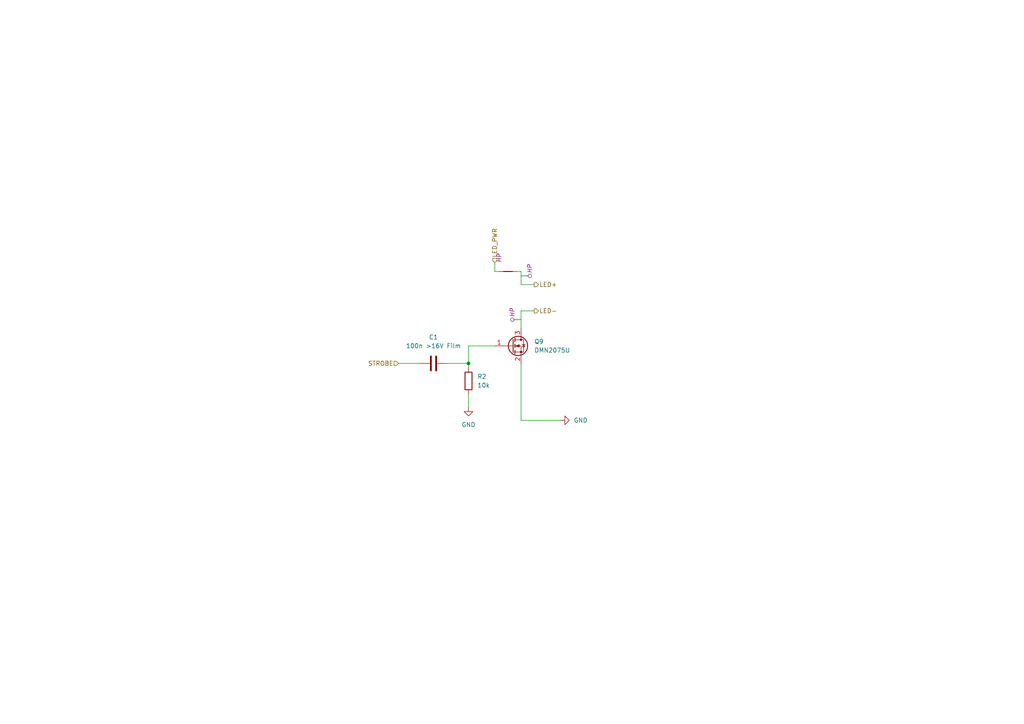
<source format=kicad_sch>
(kicad_sch (version 20231120) (generator "eeschema") (generator_version "8.0")
  (paper "A4")
  (title_block (title "Xaar 128 Driver") (date "2023-12-04") (rev "1.0.0"))
  (lib_symbols
    (symbol "Device:C" (pin_numbers hide) (pin_names (offset 0.254))
      (property "Reference" "C" (at 0.635 2.54 0))
      (property "Value" "C" (at 0.635 -2.54 0))
      (symbol "C_0_1"
        (polyline (pts (xy -2.032 -0.762) (xy 2.032 -0.762)) (stroke (width 0.508)))
        (polyline (pts (xy -2.032 0.762) (xy 2.032 0.762)) (stroke (width 0.508)))
      )
      (symbol "C_1_1"
        (pin passive line (at 0 3.81 270) (length 2.794) (name "~") (number "1"))
        (pin passive line (at 0 -3.81 90) (length 2.794) (name "~") (number "2"))
      )
    )
    (symbol "Device:NetTie_2" (pin_numbers hide) (pin_names (offset 0) hide) (in_bom no)
      (property "Reference" "NT" (at 0 1.27 0))
      (property "Value" "NetTie_2" (at 0 -1.27 0))
      (symbol "NetTie_2_0_1"
        (polyline (pts (xy -1.27 0) (xy 1.27 0)) (stroke (width 0.254)))
      )
      (symbol "NetTie_2_1_1"
        (pin passive line (at -2.54 0 0) (length 2.54) (name "1") (number "1"))
        (pin passive line (at 2.54 0 180) (length 2.54) (name "2") (number "2"))
      )
    )
    (symbol "Device:R" (pin_numbers hide) (pin_names (offset 0))
      (property "Reference" "R" (at 2.032 0 90))
      (property "Value" "R" (at 0 0 90))
      (symbol "R_0_1"
        (rectangle (start -1.016 -2.54) (end 1.016 2.54) (stroke (width 0.254)))
      )
      (symbol "R_1_1"
        (pin passive line (at 0 3.81 270) (length 1.27) (name "~") (number "1"))
        (pin passive line (at 0 -3.81 90) (length 1.27) (name "~") (number "2"))
      )
    )
    (symbol "Transistor_FET:DMN2075U" (pin_names hide)
      (property "Reference" "Q" (at 5.08 1.905 0))
      (property "Value" "DMN2075U" (at 5.08 0 0))
      (symbol "DMN2075U_0_1"
        (polyline (pts (xy 0.254 0) (xy -2.54 0)))
        (polyline (pts (xy 0.254 1.905) (xy 0.254 -1.905)) (stroke (width 0.254)))
        (polyline (pts (xy 0.762 -1.27) (xy 0.762 -2.286)) (stroke (width 0.254)))
        (polyline (pts (xy 0.762 0.508) (xy 0.762 -0.508)) (stroke (width 0.254)))
        (polyline (pts (xy 0.762 2.286) (xy 0.762 1.27)) (stroke (width 0.254)))
        (polyline (pts (xy 2.54 2.54) (xy 2.54 1.778)))
        (polyline (pts (xy 2.54 -2.54) (xy 2.54 0) (xy 0.762 0)))
        (polyline (pts (xy 0.762 -1.778) (xy 3.302 -1.778) (xy 3.302 1.778) (xy 0.762 1.778)))
        (polyline (pts (xy 1.016 0) (xy 2.032 0.381) (xy 2.032 -0.381) (xy 1.016 0)) (fill (type outline)))
        (polyline (pts (xy 2.794 0.508) (xy 2.921 0.381) (xy 3.683 0.381) (xy 3.81 0.254)))
        (polyline (pts (xy 3.302 0.381) (xy 2.921 -0.254) (xy 3.683 -0.254) (xy 3.302 0.381)))
        (circle (center 1.651 0) (radius 2.794) (stroke (width 0.254)))
        (circle (center 2.54 -1.778) (radius 0.254) (fill (type outline)))
        (circle (center 2.54 1.778) (radius 0.254) (fill (type outline)))
      )
      (symbol "DMN2075U_1_1"
        (pin input line (at -5.08 0 0) (length 2.54) (name "G") (number "1"))
        (pin passive line (at 2.54 -5.08 90) (length 2.54) (name "S") (number "2"))
        (pin passive line (at 2.54 5.08 270) (length 2.54) (name "D") (number "3"))
      )
    )
    (symbol "power:GND" (power) (pin_names (offset 0))
      (property "Value" "GND" (at 0 -3.81 0))
      (symbol "GND_0_1"
        (polyline (pts (xy 0 0) (xy 0 -1.27) (xy 1.27 -1.27) (xy 0 -2.54) (xy -1.27 -1.27) (xy 0 -1.27)))
      )
      (symbol "GND_1_1"
        (pin power_in line (at 0 0 270) (length 0) hide (name "GND") (number "1"))
      )
    )
  )
  (junction (at 135.89 105.41))
  (wire (pts (xy 149.86 78.74) (xy 151.13 78.74)))
  (wire (pts (xy 151.13 90.17) (xy 154.94 90.17)))
  (wire (pts (xy 143.51 76.2) (xy 143.51 78.74)))
  (wire (pts (xy 135.89 105.41) (xy 135.89 100.33)))
  (wire (pts (xy 151.13 105.41) (xy 151.13 121.92)))
  (wire (pts (xy 135.89 118.11) (xy 135.89 114.3)))
  (wire (pts (xy 143.51 78.74) (xy 144.78 78.74)))
  (wire (pts (xy 135.89 105.41) (xy 135.89 106.68)))
  (wire (pts (xy 151.13 121.92) (xy 162.56 121.92)))
  (wire (pts (xy 151.13 82.55) (xy 151.13 78.74)))
  (wire (pts (xy 135.89 100.33) (xy 143.51 100.33)))
  (wire (pts (xy 115.57 105.41) (xy 121.92 105.41)))
  (wire (pts (xy 151.13 82.55) (xy 154.94 82.55)))
  (wire (pts (xy 151.13 90.17) (xy 151.13 95.25)))
  (wire (pts (xy 129.54 105.41) (xy 135.89 105.41)))
  (hierarchical_label "LED_PWR" (shape input) (at 143.51 76.2 90) (property "Netclass" "HP" (at 144.78 76.2 90) (effects (font (italic yes)) (justify left))))
  (hierarchical_label "LED-" (shape output) (at 154.94 90.17 0))
  (hierarchical_label "STROBE" (shape input) (at 115.57 105.41 180))
  (hierarchical_label "LED+" (shape output) (at 154.94 82.55 0))
  (netclass_flag "" (length 2.54) (shape round) (at 151.13 80.01 270) (property "Netclass" "HP" (at 153.67 79.3115 90) (effects (font (italic yes)) (justify left))))
  (netclass_flag "" (length 2.54) (shape round) (at 151.13 92.71 90) (property "Netclass" "HP" (at 148.59 92.0115 90) (effects (font (italic yes)) (justify left))))
  (symbol (lib_id "Device:C") (at 125.73 105.41 90) (unit 1)
    (property "Reference" "C1" (at 125.73 97.79 90))
    (property "Value" "100n >16V Film" (at 125.73 100.33 90))
    (property "Footprint" "Capacitor_THT:C_Rect_L7.0mm_W3.5mm_P5.00mm" (effects (hide yes)))
    (property "RSBestNr" "463-1765" (effects (hide yes)))
    (property "Supplier" "RS" (effects (hide yes)))
    (instances (project "StrobeV2" (path "" (reference "C1") (unit 1))) (project "Xaar128-Driver" (path "" (reference "C27") (unit 1))))
  )
  (symbol (lib_id "Device:R") (at 135.89 110.49 0) (unit 1)
    (property "Reference" "R2" (at 138.43 109.22 0) (effects (justify left)))
    (property "Value" "10k" (at 138.43 111.76 0) (effects (justify left)))
    (property "Footprint" "Resistor_SMD:R_0603_1608Metric_Pad0.98x0.95mm_HandSolder" (effects (hide yes)))
    (property "Supplier" "Elektroplatz" (effects (hide yes)))
    (instances (project "StrobeV2" (path "" (reference "R2") (unit 1))) (project "Xaar128-Driver" (path "" (reference "R43") (unit 1))))
  )
  (symbol (lib_id "Transistor_FET:DMN2075U") (at 148.59 100.33 0) (unit 1)
    (property "Reference" "Q9" (at 154.94 99.06 0) (effects (justify left)))
    (property "Value" "DMN2075U" (at 154.94 101.6 0) (effects (justify left)))
    (property "Footprint" "Package_TO_SOT_SMD:SOT-23" (effects (hide yes)))
    (property "Datasheet" "http://www.diodes.com/assets/Datasheets/DMN2075U.pdf" (effects (hide yes)))
    (property "RSBestNr" "751-4143" (effects (hide yes)))
    (property "Supplier" "RS" (effects (hide yes)))
  )
  (symbol (lib_id "power:GND") (at 135.89 118.11 0) (unit 1)
    (property "Reference" "#PWR063" (effects (hide yes)))
    (property "Value" "GND" (at 135.89 123.19 0))
  )
  (symbol (lib_id "Device:NetTie_2") (at 147.32 78.74 0) (unit 1) (in_bom no)
    (property "Reference" "NT7" (effects (hide yes)))
    (property "Value" "NetTie_2" (effects (hide yes)))
    (property "Footprint" "NetTie:NetTie-2_SMD_Pad0.5mm" (effects (hide yes)))
    (property "Supplier" "None" (effects (hide yes)))
  )
  (symbol (lib_id "power:GND") (at 162.56 121.92 90) (unit 1)
    (property "Reference" "#PWR065" (effects (hide yes)))
    (property "Value" "GND" (at 166.37 121.92 90) (effects (justify right)))
  )
)
</source>
